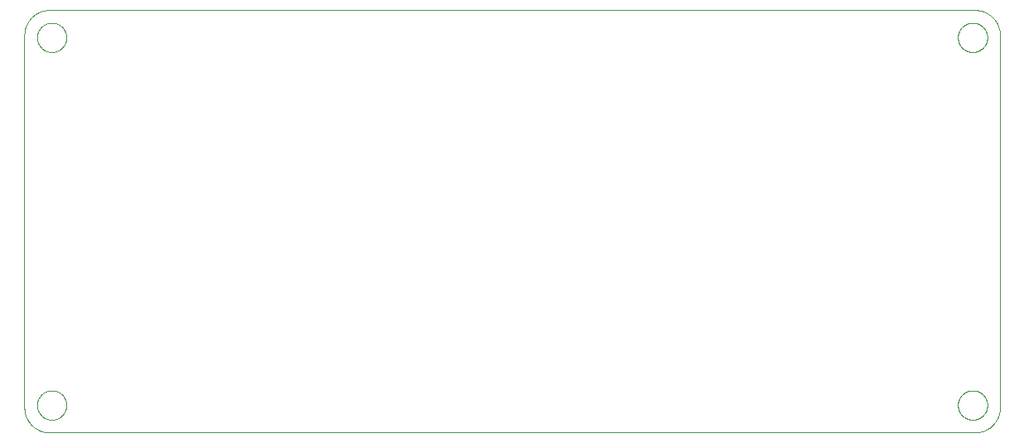
<source format=gko>
G75*
%MOIN*%
%OFA0B0*%
%FSLAX25Y25*%
%IPPOS*%
%LPD*%
%AMOC8*
5,1,8,0,0,1.08239X$1,22.5*
%
%ADD10C,0.00000*%
D10*
X0011000Y0001000D02*
X0383500Y0001000D01*
X0383742Y0001003D01*
X0383983Y0001012D01*
X0384224Y0001026D01*
X0384465Y0001047D01*
X0384705Y0001073D01*
X0384945Y0001105D01*
X0385184Y0001143D01*
X0385421Y0001186D01*
X0385658Y0001236D01*
X0385893Y0001291D01*
X0386127Y0001351D01*
X0386359Y0001418D01*
X0386590Y0001489D01*
X0386819Y0001567D01*
X0387046Y0001650D01*
X0387271Y0001738D01*
X0387494Y0001832D01*
X0387714Y0001931D01*
X0387932Y0002036D01*
X0388147Y0002145D01*
X0388360Y0002260D01*
X0388570Y0002380D01*
X0388776Y0002505D01*
X0388980Y0002635D01*
X0389181Y0002770D01*
X0389378Y0002910D01*
X0389572Y0003054D01*
X0389762Y0003203D01*
X0389948Y0003357D01*
X0390131Y0003515D01*
X0390310Y0003677D01*
X0390485Y0003844D01*
X0390656Y0004015D01*
X0390823Y0004190D01*
X0390985Y0004369D01*
X0391143Y0004552D01*
X0391297Y0004738D01*
X0391446Y0004928D01*
X0391590Y0005122D01*
X0391730Y0005319D01*
X0391865Y0005520D01*
X0391995Y0005724D01*
X0392120Y0005930D01*
X0392240Y0006140D01*
X0392355Y0006353D01*
X0392464Y0006568D01*
X0392569Y0006786D01*
X0392668Y0007006D01*
X0392762Y0007229D01*
X0392850Y0007454D01*
X0392933Y0007681D01*
X0393011Y0007910D01*
X0393082Y0008141D01*
X0393149Y0008373D01*
X0393209Y0008607D01*
X0393264Y0008842D01*
X0393314Y0009079D01*
X0393357Y0009316D01*
X0393395Y0009555D01*
X0393427Y0009795D01*
X0393453Y0010035D01*
X0393474Y0010276D01*
X0393488Y0010517D01*
X0393497Y0010758D01*
X0393500Y0011000D01*
X0393500Y0161000D01*
X0393497Y0161242D01*
X0393488Y0161483D01*
X0393474Y0161724D01*
X0393453Y0161965D01*
X0393427Y0162205D01*
X0393395Y0162445D01*
X0393357Y0162684D01*
X0393314Y0162921D01*
X0393264Y0163158D01*
X0393209Y0163393D01*
X0393149Y0163627D01*
X0393082Y0163859D01*
X0393011Y0164090D01*
X0392933Y0164319D01*
X0392850Y0164546D01*
X0392762Y0164771D01*
X0392668Y0164994D01*
X0392569Y0165214D01*
X0392464Y0165432D01*
X0392355Y0165647D01*
X0392240Y0165860D01*
X0392120Y0166070D01*
X0391995Y0166276D01*
X0391865Y0166480D01*
X0391730Y0166681D01*
X0391590Y0166878D01*
X0391446Y0167072D01*
X0391297Y0167262D01*
X0391143Y0167448D01*
X0390985Y0167631D01*
X0390823Y0167810D01*
X0390656Y0167985D01*
X0390485Y0168156D01*
X0390310Y0168323D01*
X0390131Y0168485D01*
X0389948Y0168643D01*
X0389762Y0168797D01*
X0389572Y0168946D01*
X0389378Y0169090D01*
X0389181Y0169230D01*
X0388980Y0169365D01*
X0388776Y0169495D01*
X0388570Y0169620D01*
X0388360Y0169740D01*
X0388147Y0169855D01*
X0387932Y0169964D01*
X0387714Y0170069D01*
X0387494Y0170168D01*
X0387271Y0170262D01*
X0387046Y0170350D01*
X0386819Y0170433D01*
X0386590Y0170511D01*
X0386359Y0170582D01*
X0386127Y0170649D01*
X0385893Y0170709D01*
X0385658Y0170764D01*
X0385421Y0170814D01*
X0385184Y0170857D01*
X0384945Y0170895D01*
X0384705Y0170927D01*
X0384465Y0170953D01*
X0384224Y0170974D01*
X0383983Y0170988D01*
X0383742Y0170997D01*
X0383500Y0171000D01*
X0011000Y0171000D01*
X0010758Y0170997D01*
X0010517Y0170988D01*
X0010276Y0170974D01*
X0010035Y0170953D01*
X0009795Y0170927D01*
X0009555Y0170895D01*
X0009316Y0170857D01*
X0009079Y0170814D01*
X0008842Y0170764D01*
X0008607Y0170709D01*
X0008373Y0170649D01*
X0008141Y0170582D01*
X0007910Y0170511D01*
X0007681Y0170433D01*
X0007454Y0170350D01*
X0007229Y0170262D01*
X0007006Y0170168D01*
X0006786Y0170069D01*
X0006568Y0169964D01*
X0006353Y0169855D01*
X0006140Y0169740D01*
X0005930Y0169620D01*
X0005724Y0169495D01*
X0005520Y0169365D01*
X0005319Y0169230D01*
X0005122Y0169090D01*
X0004928Y0168946D01*
X0004738Y0168797D01*
X0004552Y0168643D01*
X0004369Y0168485D01*
X0004190Y0168323D01*
X0004015Y0168156D01*
X0003844Y0167985D01*
X0003677Y0167810D01*
X0003515Y0167631D01*
X0003357Y0167448D01*
X0003203Y0167262D01*
X0003054Y0167072D01*
X0002910Y0166878D01*
X0002770Y0166681D01*
X0002635Y0166480D01*
X0002505Y0166276D01*
X0002380Y0166070D01*
X0002260Y0165860D01*
X0002145Y0165647D01*
X0002036Y0165432D01*
X0001931Y0165214D01*
X0001832Y0164994D01*
X0001738Y0164771D01*
X0001650Y0164546D01*
X0001567Y0164319D01*
X0001489Y0164090D01*
X0001418Y0163859D01*
X0001351Y0163627D01*
X0001291Y0163393D01*
X0001236Y0163158D01*
X0001186Y0162921D01*
X0001143Y0162684D01*
X0001105Y0162445D01*
X0001073Y0162205D01*
X0001047Y0161965D01*
X0001026Y0161724D01*
X0001012Y0161483D01*
X0001003Y0161242D01*
X0001000Y0161000D01*
X0001000Y0011000D01*
X0001003Y0010758D01*
X0001012Y0010517D01*
X0001026Y0010276D01*
X0001047Y0010035D01*
X0001073Y0009795D01*
X0001105Y0009555D01*
X0001143Y0009316D01*
X0001186Y0009079D01*
X0001236Y0008842D01*
X0001291Y0008607D01*
X0001351Y0008373D01*
X0001418Y0008141D01*
X0001489Y0007910D01*
X0001567Y0007681D01*
X0001650Y0007454D01*
X0001738Y0007229D01*
X0001832Y0007006D01*
X0001931Y0006786D01*
X0002036Y0006568D01*
X0002145Y0006353D01*
X0002260Y0006140D01*
X0002380Y0005930D01*
X0002505Y0005724D01*
X0002635Y0005520D01*
X0002770Y0005319D01*
X0002910Y0005122D01*
X0003054Y0004928D01*
X0003203Y0004738D01*
X0003357Y0004552D01*
X0003515Y0004369D01*
X0003677Y0004190D01*
X0003844Y0004015D01*
X0004015Y0003844D01*
X0004190Y0003677D01*
X0004369Y0003515D01*
X0004552Y0003357D01*
X0004738Y0003203D01*
X0004928Y0003054D01*
X0005122Y0002910D01*
X0005319Y0002770D01*
X0005520Y0002635D01*
X0005724Y0002505D01*
X0005930Y0002380D01*
X0006140Y0002260D01*
X0006353Y0002145D01*
X0006568Y0002036D01*
X0006786Y0001931D01*
X0007006Y0001832D01*
X0007229Y0001738D01*
X0007454Y0001650D01*
X0007681Y0001567D01*
X0007910Y0001489D01*
X0008141Y0001418D01*
X0008373Y0001351D01*
X0008607Y0001291D01*
X0008842Y0001236D01*
X0009079Y0001186D01*
X0009316Y0001143D01*
X0009555Y0001105D01*
X0009795Y0001073D01*
X0010035Y0001047D01*
X0010276Y0001026D01*
X0010517Y0001012D01*
X0010758Y0001003D01*
X0011000Y0001000D01*
X0006094Y0012000D02*
X0006096Y0012153D01*
X0006102Y0012307D01*
X0006112Y0012460D01*
X0006126Y0012612D01*
X0006144Y0012765D01*
X0006166Y0012916D01*
X0006191Y0013067D01*
X0006221Y0013218D01*
X0006255Y0013368D01*
X0006292Y0013516D01*
X0006333Y0013664D01*
X0006378Y0013810D01*
X0006427Y0013956D01*
X0006480Y0014100D01*
X0006536Y0014242D01*
X0006596Y0014383D01*
X0006660Y0014523D01*
X0006727Y0014661D01*
X0006798Y0014797D01*
X0006873Y0014931D01*
X0006950Y0015063D01*
X0007032Y0015193D01*
X0007116Y0015321D01*
X0007204Y0015447D01*
X0007295Y0015570D01*
X0007389Y0015691D01*
X0007487Y0015809D01*
X0007587Y0015925D01*
X0007691Y0016038D01*
X0007797Y0016149D01*
X0007906Y0016257D01*
X0008018Y0016362D01*
X0008132Y0016463D01*
X0008250Y0016562D01*
X0008369Y0016658D01*
X0008491Y0016751D01*
X0008616Y0016840D01*
X0008743Y0016927D01*
X0008872Y0017009D01*
X0009003Y0017089D01*
X0009136Y0017165D01*
X0009271Y0017238D01*
X0009408Y0017307D01*
X0009547Y0017372D01*
X0009687Y0017434D01*
X0009829Y0017492D01*
X0009972Y0017547D01*
X0010117Y0017598D01*
X0010263Y0017645D01*
X0010410Y0017688D01*
X0010558Y0017727D01*
X0010707Y0017763D01*
X0010857Y0017794D01*
X0011008Y0017822D01*
X0011159Y0017846D01*
X0011312Y0017866D01*
X0011464Y0017882D01*
X0011617Y0017894D01*
X0011770Y0017902D01*
X0011923Y0017906D01*
X0012077Y0017906D01*
X0012230Y0017902D01*
X0012383Y0017894D01*
X0012536Y0017882D01*
X0012688Y0017866D01*
X0012841Y0017846D01*
X0012992Y0017822D01*
X0013143Y0017794D01*
X0013293Y0017763D01*
X0013442Y0017727D01*
X0013590Y0017688D01*
X0013737Y0017645D01*
X0013883Y0017598D01*
X0014028Y0017547D01*
X0014171Y0017492D01*
X0014313Y0017434D01*
X0014453Y0017372D01*
X0014592Y0017307D01*
X0014729Y0017238D01*
X0014864Y0017165D01*
X0014997Y0017089D01*
X0015128Y0017009D01*
X0015257Y0016927D01*
X0015384Y0016840D01*
X0015509Y0016751D01*
X0015631Y0016658D01*
X0015750Y0016562D01*
X0015868Y0016463D01*
X0015982Y0016362D01*
X0016094Y0016257D01*
X0016203Y0016149D01*
X0016309Y0016038D01*
X0016413Y0015925D01*
X0016513Y0015809D01*
X0016611Y0015691D01*
X0016705Y0015570D01*
X0016796Y0015447D01*
X0016884Y0015321D01*
X0016968Y0015193D01*
X0017050Y0015063D01*
X0017127Y0014931D01*
X0017202Y0014797D01*
X0017273Y0014661D01*
X0017340Y0014523D01*
X0017404Y0014383D01*
X0017464Y0014242D01*
X0017520Y0014100D01*
X0017573Y0013956D01*
X0017622Y0013810D01*
X0017667Y0013664D01*
X0017708Y0013516D01*
X0017745Y0013368D01*
X0017779Y0013218D01*
X0017809Y0013067D01*
X0017834Y0012916D01*
X0017856Y0012765D01*
X0017874Y0012612D01*
X0017888Y0012460D01*
X0017898Y0012307D01*
X0017904Y0012153D01*
X0017906Y0012000D01*
X0017904Y0011847D01*
X0017898Y0011693D01*
X0017888Y0011540D01*
X0017874Y0011388D01*
X0017856Y0011235D01*
X0017834Y0011084D01*
X0017809Y0010933D01*
X0017779Y0010782D01*
X0017745Y0010632D01*
X0017708Y0010484D01*
X0017667Y0010336D01*
X0017622Y0010190D01*
X0017573Y0010044D01*
X0017520Y0009900D01*
X0017464Y0009758D01*
X0017404Y0009617D01*
X0017340Y0009477D01*
X0017273Y0009339D01*
X0017202Y0009203D01*
X0017127Y0009069D01*
X0017050Y0008937D01*
X0016968Y0008807D01*
X0016884Y0008679D01*
X0016796Y0008553D01*
X0016705Y0008430D01*
X0016611Y0008309D01*
X0016513Y0008191D01*
X0016413Y0008075D01*
X0016309Y0007962D01*
X0016203Y0007851D01*
X0016094Y0007743D01*
X0015982Y0007638D01*
X0015868Y0007537D01*
X0015750Y0007438D01*
X0015631Y0007342D01*
X0015509Y0007249D01*
X0015384Y0007160D01*
X0015257Y0007073D01*
X0015128Y0006991D01*
X0014997Y0006911D01*
X0014864Y0006835D01*
X0014729Y0006762D01*
X0014592Y0006693D01*
X0014453Y0006628D01*
X0014313Y0006566D01*
X0014171Y0006508D01*
X0014028Y0006453D01*
X0013883Y0006402D01*
X0013737Y0006355D01*
X0013590Y0006312D01*
X0013442Y0006273D01*
X0013293Y0006237D01*
X0013143Y0006206D01*
X0012992Y0006178D01*
X0012841Y0006154D01*
X0012688Y0006134D01*
X0012536Y0006118D01*
X0012383Y0006106D01*
X0012230Y0006098D01*
X0012077Y0006094D01*
X0011923Y0006094D01*
X0011770Y0006098D01*
X0011617Y0006106D01*
X0011464Y0006118D01*
X0011312Y0006134D01*
X0011159Y0006154D01*
X0011008Y0006178D01*
X0010857Y0006206D01*
X0010707Y0006237D01*
X0010558Y0006273D01*
X0010410Y0006312D01*
X0010263Y0006355D01*
X0010117Y0006402D01*
X0009972Y0006453D01*
X0009829Y0006508D01*
X0009687Y0006566D01*
X0009547Y0006628D01*
X0009408Y0006693D01*
X0009271Y0006762D01*
X0009136Y0006835D01*
X0009003Y0006911D01*
X0008872Y0006991D01*
X0008743Y0007073D01*
X0008616Y0007160D01*
X0008491Y0007249D01*
X0008369Y0007342D01*
X0008250Y0007438D01*
X0008132Y0007537D01*
X0008018Y0007638D01*
X0007906Y0007743D01*
X0007797Y0007851D01*
X0007691Y0007962D01*
X0007587Y0008075D01*
X0007487Y0008191D01*
X0007389Y0008309D01*
X0007295Y0008430D01*
X0007204Y0008553D01*
X0007116Y0008679D01*
X0007032Y0008807D01*
X0006950Y0008937D01*
X0006873Y0009069D01*
X0006798Y0009203D01*
X0006727Y0009339D01*
X0006660Y0009477D01*
X0006596Y0009617D01*
X0006536Y0009758D01*
X0006480Y0009900D01*
X0006427Y0010044D01*
X0006378Y0010190D01*
X0006333Y0010336D01*
X0006292Y0010484D01*
X0006255Y0010632D01*
X0006221Y0010782D01*
X0006191Y0010933D01*
X0006166Y0011084D01*
X0006144Y0011235D01*
X0006126Y0011388D01*
X0006112Y0011540D01*
X0006102Y0011693D01*
X0006096Y0011847D01*
X0006094Y0012000D01*
X0006094Y0160000D02*
X0006096Y0160153D01*
X0006102Y0160307D01*
X0006112Y0160460D01*
X0006126Y0160612D01*
X0006144Y0160765D01*
X0006166Y0160916D01*
X0006191Y0161067D01*
X0006221Y0161218D01*
X0006255Y0161368D01*
X0006292Y0161516D01*
X0006333Y0161664D01*
X0006378Y0161810D01*
X0006427Y0161956D01*
X0006480Y0162100D01*
X0006536Y0162242D01*
X0006596Y0162383D01*
X0006660Y0162523D01*
X0006727Y0162661D01*
X0006798Y0162797D01*
X0006873Y0162931D01*
X0006950Y0163063D01*
X0007032Y0163193D01*
X0007116Y0163321D01*
X0007204Y0163447D01*
X0007295Y0163570D01*
X0007389Y0163691D01*
X0007487Y0163809D01*
X0007587Y0163925D01*
X0007691Y0164038D01*
X0007797Y0164149D01*
X0007906Y0164257D01*
X0008018Y0164362D01*
X0008132Y0164463D01*
X0008250Y0164562D01*
X0008369Y0164658D01*
X0008491Y0164751D01*
X0008616Y0164840D01*
X0008743Y0164927D01*
X0008872Y0165009D01*
X0009003Y0165089D01*
X0009136Y0165165D01*
X0009271Y0165238D01*
X0009408Y0165307D01*
X0009547Y0165372D01*
X0009687Y0165434D01*
X0009829Y0165492D01*
X0009972Y0165547D01*
X0010117Y0165598D01*
X0010263Y0165645D01*
X0010410Y0165688D01*
X0010558Y0165727D01*
X0010707Y0165763D01*
X0010857Y0165794D01*
X0011008Y0165822D01*
X0011159Y0165846D01*
X0011312Y0165866D01*
X0011464Y0165882D01*
X0011617Y0165894D01*
X0011770Y0165902D01*
X0011923Y0165906D01*
X0012077Y0165906D01*
X0012230Y0165902D01*
X0012383Y0165894D01*
X0012536Y0165882D01*
X0012688Y0165866D01*
X0012841Y0165846D01*
X0012992Y0165822D01*
X0013143Y0165794D01*
X0013293Y0165763D01*
X0013442Y0165727D01*
X0013590Y0165688D01*
X0013737Y0165645D01*
X0013883Y0165598D01*
X0014028Y0165547D01*
X0014171Y0165492D01*
X0014313Y0165434D01*
X0014453Y0165372D01*
X0014592Y0165307D01*
X0014729Y0165238D01*
X0014864Y0165165D01*
X0014997Y0165089D01*
X0015128Y0165009D01*
X0015257Y0164927D01*
X0015384Y0164840D01*
X0015509Y0164751D01*
X0015631Y0164658D01*
X0015750Y0164562D01*
X0015868Y0164463D01*
X0015982Y0164362D01*
X0016094Y0164257D01*
X0016203Y0164149D01*
X0016309Y0164038D01*
X0016413Y0163925D01*
X0016513Y0163809D01*
X0016611Y0163691D01*
X0016705Y0163570D01*
X0016796Y0163447D01*
X0016884Y0163321D01*
X0016968Y0163193D01*
X0017050Y0163063D01*
X0017127Y0162931D01*
X0017202Y0162797D01*
X0017273Y0162661D01*
X0017340Y0162523D01*
X0017404Y0162383D01*
X0017464Y0162242D01*
X0017520Y0162100D01*
X0017573Y0161956D01*
X0017622Y0161810D01*
X0017667Y0161664D01*
X0017708Y0161516D01*
X0017745Y0161368D01*
X0017779Y0161218D01*
X0017809Y0161067D01*
X0017834Y0160916D01*
X0017856Y0160765D01*
X0017874Y0160612D01*
X0017888Y0160460D01*
X0017898Y0160307D01*
X0017904Y0160153D01*
X0017906Y0160000D01*
X0017904Y0159847D01*
X0017898Y0159693D01*
X0017888Y0159540D01*
X0017874Y0159388D01*
X0017856Y0159235D01*
X0017834Y0159084D01*
X0017809Y0158933D01*
X0017779Y0158782D01*
X0017745Y0158632D01*
X0017708Y0158484D01*
X0017667Y0158336D01*
X0017622Y0158190D01*
X0017573Y0158044D01*
X0017520Y0157900D01*
X0017464Y0157758D01*
X0017404Y0157617D01*
X0017340Y0157477D01*
X0017273Y0157339D01*
X0017202Y0157203D01*
X0017127Y0157069D01*
X0017050Y0156937D01*
X0016968Y0156807D01*
X0016884Y0156679D01*
X0016796Y0156553D01*
X0016705Y0156430D01*
X0016611Y0156309D01*
X0016513Y0156191D01*
X0016413Y0156075D01*
X0016309Y0155962D01*
X0016203Y0155851D01*
X0016094Y0155743D01*
X0015982Y0155638D01*
X0015868Y0155537D01*
X0015750Y0155438D01*
X0015631Y0155342D01*
X0015509Y0155249D01*
X0015384Y0155160D01*
X0015257Y0155073D01*
X0015128Y0154991D01*
X0014997Y0154911D01*
X0014864Y0154835D01*
X0014729Y0154762D01*
X0014592Y0154693D01*
X0014453Y0154628D01*
X0014313Y0154566D01*
X0014171Y0154508D01*
X0014028Y0154453D01*
X0013883Y0154402D01*
X0013737Y0154355D01*
X0013590Y0154312D01*
X0013442Y0154273D01*
X0013293Y0154237D01*
X0013143Y0154206D01*
X0012992Y0154178D01*
X0012841Y0154154D01*
X0012688Y0154134D01*
X0012536Y0154118D01*
X0012383Y0154106D01*
X0012230Y0154098D01*
X0012077Y0154094D01*
X0011923Y0154094D01*
X0011770Y0154098D01*
X0011617Y0154106D01*
X0011464Y0154118D01*
X0011312Y0154134D01*
X0011159Y0154154D01*
X0011008Y0154178D01*
X0010857Y0154206D01*
X0010707Y0154237D01*
X0010558Y0154273D01*
X0010410Y0154312D01*
X0010263Y0154355D01*
X0010117Y0154402D01*
X0009972Y0154453D01*
X0009829Y0154508D01*
X0009687Y0154566D01*
X0009547Y0154628D01*
X0009408Y0154693D01*
X0009271Y0154762D01*
X0009136Y0154835D01*
X0009003Y0154911D01*
X0008872Y0154991D01*
X0008743Y0155073D01*
X0008616Y0155160D01*
X0008491Y0155249D01*
X0008369Y0155342D01*
X0008250Y0155438D01*
X0008132Y0155537D01*
X0008018Y0155638D01*
X0007906Y0155743D01*
X0007797Y0155851D01*
X0007691Y0155962D01*
X0007587Y0156075D01*
X0007487Y0156191D01*
X0007389Y0156309D01*
X0007295Y0156430D01*
X0007204Y0156553D01*
X0007116Y0156679D01*
X0007032Y0156807D01*
X0006950Y0156937D01*
X0006873Y0157069D01*
X0006798Y0157203D01*
X0006727Y0157339D01*
X0006660Y0157477D01*
X0006596Y0157617D01*
X0006536Y0157758D01*
X0006480Y0157900D01*
X0006427Y0158044D01*
X0006378Y0158190D01*
X0006333Y0158336D01*
X0006292Y0158484D01*
X0006255Y0158632D01*
X0006221Y0158782D01*
X0006191Y0158933D01*
X0006166Y0159084D01*
X0006144Y0159235D01*
X0006126Y0159388D01*
X0006112Y0159540D01*
X0006102Y0159693D01*
X0006096Y0159847D01*
X0006094Y0160000D01*
X0376594Y0160000D02*
X0376596Y0160153D01*
X0376602Y0160307D01*
X0376612Y0160460D01*
X0376626Y0160612D01*
X0376644Y0160765D01*
X0376666Y0160916D01*
X0376691Y0161067D01*
X0376721Y0161218D01*
X0376755Y0161368D01*
X0376792Y0161516D01*
X0376833Y0161664D01*
X0376878Y0161810D01*
X0376927Y0161956D01*
X0376980Y0162100D01*
X0377036Y0162242D01*
X0377096Y0162383D01*
X0377160Y0162523D01*
X0377227Y0162661D01*
X0377298Y0162797D01*
X0377373Y0162931D01*
X0377450Y0163063D01*
X0377532Y0163193D01*
X0377616Y0163321D01*
X0377704Y0163447D01*
X0377795Y0163570D01*
X0377889Y0163691D01*
X0377987Y0163809D01*
X0378087Y0163925D01*
X0378191Y0164038D01*
X0378297Y0164149D01*
X0378406Y0164257D01*
X0378518Y0164362D01*
X0378632Y0164463D01*
X0378750Y0164562D01*
X0378869Y0164658D01*
X0378991Y0164751D01*
X0379116Y0164840D01*
X0379243Y0164927D01*
X0379372Y0165009D01*
X0379503Y0165089D01*
X0379636Y0165165D01*
X0379771Y0165238D01*
X0379908Y0165307D01*
X0380047Y0165372D01*
X0380187Y0165434D01*
X0380329Y0165492D01*
X0380472Y0165547D01*
X0380617Y0165598D01*
X0380763Y0165645D01*
X0380910Y0165688D01*
X0381058Y0165727D01*
X0381207Y0165763D01*
X0381357Y0165794D01*
X0381508Y0165822D01*
X0381659Y0165846D01*
X0381812Y0165866D01*
X0381964Y0165882D01*
X0382117Y0165894D01*
X0382270Y0165902D01*
X0382423Y0165906D01*
X0382577Y0165906D01*
X0382730Y0165902D01*
X0382883Y0165894D01*
X0383036Y0165882D01*
X0383188Y0165866D01*
X0383341Y0165846D01*
X0383492Y0165822D01*
X0383643Y0165794D01*
X0383793Y0165763D01*
X0383942Y0165727D01*
X0384090Y0165688D01*
X0384237Y0165645D01*
X0384383Y0165598D01*
X0384528Y0165547D01*
X0384671Y0165492D01*
X0384813Y0165434D01*
X0384953Y0165372D01*
X0385092Y0165307D01*
X0385229Y0165238D01*
X0385364Y0165165D01*
X0385497Y0165089D01*
X0385628Y0165009D01*
X0385757Y0164927D01*
X0385884Y0164840D01*
X0386009Y0164751D01*
X0386131Y0164658D01*
X0386250Y0164562D01*
X0386368Y0164463D01*
X0386482Y0164362D01*
X0386594Y0164257D01*
X0386703Y0164149D01*
X0386809Y0164038D01*
X0386913Y0163925D01*
X0387013Y0163809D01*
X0387111Y0163691D01*
X0387205Y0163570D01*
X0387296Y0163447D01*
X0387384Y0163321D01*
X0387468Y0163193D01*
X0387550Y0163063D01*
X0387627Y0162931D01*
X0387702Y0162797D01*
X0387773Y0162661D01*
X0387840Y0162523D01*
X0387904Y0162383D01*
X0387964Y0162242D01*
X0388020Y0162100D01*
X0388073Y0161956D01*
X0388122Y0161810D01*
X0388167Y0161664D01*
X0388208Y0161516D01*
X0388245Y0161368D01*
X0388279Y0161218D01*
X0388309Y0161067D01*
X0388334Y0160916D01*
X0388356Y0160765D01*
X0388374Y0160612D01*
X0388388Y0160460D01*
X0388398Y0160307D01*
X0388404Y0160153D01*
X0388406Y0160000D01*
X0388404Y0159847D01*
X0388398Y0159693D01*
X0388388Y0159540D01*
X0388374Y0159388D01*
X0388356Y0159235D01*
X0388334Y0159084D01*
X0388309Y0158933D01*
X0388279Y0158782D01*
X0388245Y0158632D01*
X0388208Y0158484D01*
X0388167Y0158336D01*
X0388122Y0158190D01*
X0388073Y0158044D01*
X0388020Y0157900D01*
X0387964Y0157758D01*
X0387904Y0157617D01*
X0387840Y0157477D01*
X0387773Y0157339D01*
X0387702Y0157203D01*
X0387627Y0157069D01*
X0387550Y0156937D01*
X0387468Y0156807D01*
X0387384Y0156679D01*
X0387296Y0156553D01*
X0387205Y0156430D01*
X0387111Y0156309D01*
X0387013Y0156191D01*
X0386913Y0156075D01*
X0386809Y0155962D01*
X0386703Y0155851D01*
X0386594Y0155743D01*
X0386482Y0155638D01*
X0386368Y0155537D01*
X0386250Y0155438D01*
X0386131Y0155342D01*
X0386009Y0155249D01*
X0385884Y0155160D01*
X0385757Y0155073D01*
X0385628Y0154991D01*
X0385497Y0154911D01*
X0385364Y0154835D01*
X0385229Y0154762D01*
X0385092Y0154693D01*
X0384953Y0154628D01*
X0384813Y0154566D01*
X0384671Y0154508D01*
X0384528Y0154453D01*
X0384383Y0154402D01*
X0384237Y0154355D01*
X0384090Y0154312D01*
X0383942Y0154273D01*
X0383793Y0154237D01*
X0383643Y0154206D01*
X0383492Y0154178D01*
X0383341Y0154154D01*
X0383188Y0154134D01*
X0383036Y0154118D01*
X0382883Y0154106D01*
X0382730Y0154098D01*
X0382577Y0154094D01*
X0382423Y0154094D01*
X0382270Y0154098D01*
X0382117Y0154106D01*
X0381964Y0154118D01*
X0381812Y0154134D01*
X0381659Y0154154D01*
X0381508Y0154178D01*
X0381357Y0154206D01*
X0381207Y0154237D01*
X0381058Y0154273D01*
X0380910Y0154312D01*
X0380763Y0154355D01*
X0380617Y0154402D01*
X0380472Y0154453D01*
X0380329Y0154508D01*
X0380187Y0154566D01*
X0380047Y0154628D01*
X0379908Y0154693D01*
X0379771Y0154762D01*
X0379636Y0154835D01*
X0379503Y0154911D01*
X0379372Y0154991D01*
X0379243Y0155073D01*
X0379116Y0155160D01*
X0378991Y0155249D01*
X0378869Y0155342D01*
X0378750Y0155438D01*
X0378632Y0155537D01*
X0378518Y0155638D01*
X0378406Y0155743D01*
X0378297Y0155851D01*
X0378191Y0155962D01*
X0378087Y0156075D01*
X0377987Y0156191D01*
X0377889Y0156309D01*
X0377795Y0156430D01*
X0377704Y0156553D01*
X0377616Y0156679D01*
X0377532Y0156807D01*
X0377450Y0156937D01*
X0377373Y0157069D01*
X0377298Y0157203D01*
X0377227Y0157339D01*
X0377160Y0157477D01*
X0377096Y0157617D01*
X0377036Y0157758D01*
X0376980Y0157900D01*
X0376927Y0158044D01*
X0376878Y0158190D01*
X0376833Y0158336D01*
X0376792Y0158484D01*
X0376755Y0158632D01*
X0376721Y0158782D01*
X0376691Y0158933D01*
X0376666Y0159084D01*
X0376644Y0159235D01*
X0376626Y0159388D01*
X0376612Y0159540D01*
X0376602Y0159693D01*
X0376596Y0159847D01*
X0376594Y0160000D01*
X0376594Y0012000D02*
X0376596Y0012153D01*
X0376602Y0012307D01*
X0376612Y0012460D01*
X0376626Y0012612D01*
X0376644Y0012765D01*
X0376666Y0012916D01*
X0376691Y0013067D01*
X0376721Y0013218D01*
X0376755Y0013368D01*
X0376792Y0013516D01*
X0376833Y0013664D01*
X0376878Y0013810D01*
X0376927Y0013956D01*
X0376980Y0014100D01*
X0377036Y0014242D01*
X0377096Y0014383D01*
X0377160Y0014523D01*
X0377227Y0014661D01*
X0377298Y0014797D01*
X0377373Y0014931D01*
X0377450Y0015063D01*
X0377532Y0015193D01*
X0377616Y0015321D01*
X0377704Y0015447D01*
X0377795Y0015570D01*
X0377889Y0015691D01*
X0377987Y0015809D01*
X0378087Y0015925D01*
X0378191Y0016038D01*
X0378297Y0016149D01*
X0378406Y0016257D01*
X0378518Y0016362D01*
X0378632Y0016463D01*
X0378750Y0016562D01*
X0378869Y0016658D01*
X0378991Y0016751D01*
X0379116Y0016840D01*
X0379243Y0016927D01*
X0379372Y0017009D01*
X0379503Y0017089D01*
X0379636Y0017165D01*
X0379771Y0017238D01*
X0379908Y0017307D01*
X0380047Y0017372D01*
X0380187Y0017434D01*
X0380329Y0017492D01*
X0380472Y0017547D01*
X0380617Y0017598D01*
X0380763Y0017645D01*
X0380910Y0017688D01*
X0381058Y0017727D01*
X0381207Y0017763D01*
X0381357Y0017794D01*
X0381508Y0017822D01*
X0381659Y0017846D01*
X0381812Y0017866D01*
X0381964Y0017882D01*
X0382117Y0017894D01*
X0382270Y0017902D01*
X0382423Y0017906D01*
X0382577Y0017906D01*
X0382730Y0017902D01*
X0382883Y0017894D01*
X0383036Y0017882D01*
X0383188Y0017866D01*
X0383341Y0017846D01*
X0383492Y0017822D01*
X0383643Y0017794D01*
X0383793Y0017763D01*
X0383942Y0017727D01*
X0384090Y0017688D01*
X0384237Y0017645D01*
X0384383Y0017598D01*
X0384528Y0017547D01*
X0384671Y0017492D01*
X0384813Y0017434D01*
X0384953Y0017372D01*
X0385092Y0017307D01*
X0385229Y0017238D01*
X0385364Y0017165D01*
X0385497Y0017089D01*
X0385628Y0017009D01*
X0385757Y0016927D01*
X0385884Y0016840D01*
X0386009Y0016751D01*
X0386131Y0016658D01*
X0386250Y0016562D01*
X0386368Y0016463D01*
X0386482Y0016362D01*
X0386594Y0016257D01*
X0386703Y0016149D01*
X0386809Y0016038D01*
X0386913Y0015925D01*
X0387013Y0015809D01*
X0387111Y0015691D01*
X0387205Y0015570D01*
X0387296Y0015447D01*
X0387384Y0015321D01*
X0387468Y0015193D01*
X0387550Y0015063D01*
X0387627Y0014931D01*
X0387702Y0014797D01*
X0387773Y0014661D01*
X0387840Y0014523D01*
X0387904Y0014383D01*
X0387964Y0014242D01*
X0388020Y0014100D01*
X0388073Y0013956D01*
X0388122Y0013810D01*
X0388167Y0013664D01*
X0388208Y0013516D01*
X0388245Y0013368D01*
X0388279Y0013218D01*
X0388309Y0013067D01*
X0388334Y0012916D01*
X0388356Y0012765D01*
X0388374Y0012612D01*
X0388388Y0012460D01*
X0388398Y0012307D01*
X0388404Y0012153D01*
X0388406Y0012000D01*
X0388404Y0011847D01*
X0388398Y0011693D01*
X0388388Y0011540D01*
X0388374Y0011388D01*
X0388356Y0011235D01*
X0388334Y0011084D01*
X0388309Y0010933D01*
X0388279Y0010782D01*
X0388245Y0010632D01*
X0388208Y0010484D01*
X0388167Y0010336D01*
X0388122Y0010190D01*
X0388073Y0010044D01*
X0388020Y0009900D01*
X0387964Y0009758D01*
X0387904Y0009617D01*
X0387840Y0009477D01*
X0387773Y0009339D01*
X0387702Y0009203D01*
X0387627Y0009069D01*
X0387550Y0008937D01*
X0387468Y0008807D01*
X0387384Y0008679D01*
X0387296Y0008553D01*
X0387205Y0008430D01*
X0387111Y0008309D01*
X0387013Y0008191D01*
X0386913Y0008075D01*
X0386809Y0007962D01*
X0386703Y0007851D01*
X0386594Y0007743D01*
X0386482Y0007638D01*
X0386368Y0007537D01*
X0386250Y0007438D01*
X0386131Y0007342D01*
X0386009Y0007249D01*
X0385884Y0007160D01*
X0385757Y0007073D01*
X0385628Y0006991D01*
X0385497Y0006911D01*
X0385364Y0006835D01*
X0385229Y0006762D01*
X0385092Y0006693D01*
X0384953Y0006628D01*
X0384813Y0006566D01*
X0384671Y0006508D01*
X0384528Y0006453D01*
X0384383Y0006402D01*
X0384237Y0006355D01*
X0384090Y0006312D01*
X0383942Y0006273D01*
X0383793Y0006237D01*
X0383643Y0006206D01*
X0383492Y0006178D01*
X0383341Y0006154D01*
X0383188Y0006134D01*
X0383036Y0006118D01*
X0382883Y0006106D01*
X0382730Y0006098D01*
X0382577Y0006094D01*
X0382423Y0006094D01*
X0382270Y0006098D01*
X0382117Y0006106D01*
X0381964Y0006118D01*
X0381812Y0006134D01*
X0381659Y0006154D01*
X0381508Y0006178D01*
X0381357Y0006206D01*
X0381207Y0006237D01*
X0381058Y0006273D01*
X0380910Y0006312D01*
X0380763Y0006355D01*
X0380617Y0006402D01*
X0380472Y0006453D01*
X0380329Y0006508D01*
X0380187Y0006566D01*
X0380047Y0006628D01*
X0379908Y0006693D01*
X0379771Y0006762D01*
X0379636Y0006835D01*
X0379503Y0006911D01*
X0379372Y0006991D01*
X0379243Y0007073D01*
X0379116Y0007160D01*
X0378991Y0007249D01*
X0378869Y0007342D01*
X0378750Y0007438D01*
X0378632Y0007537D01*
X0378518Y0007638D01*
X0378406Y0007743D01*
X0378297Y0007851D01*
X0378191Y0007962D01*
X0378087Y0008075D01*
X0377987Y0008191D01*
X0377889Y0008309D01*
X0377795Y0008430D01*
X0377704Y0008553D01*
X0377616Y0008679D01*
X0377532Y0008807D01*
X0377450Y0008937D01*
X0377373Y0009069D01*
X0377298Y0009203D01*
X0377227Y0009339D01*
X0377160Y0009477D01*
X0377096Y0009617D01*
X0377036Y0009758D01*
X0376980Y0009900D01*
X0376927Y0010044D01*
X0376878Y0010190D01*
X0376833Y0010336D01*
X0376792Y0010484D01*
X0376755Y0010632D01*
X0376721Y0010782D01*
X0376691Y0010933D01*
X0376666Y0011084D01*
X0376644Y0011235D01*
X0376626Y0011388D01*
X0376612Y0011540D01*
X0376602Y0011693D01*
X0376596Y0011847D01*
X0376594Y0012000D01*
M02*

</source>
